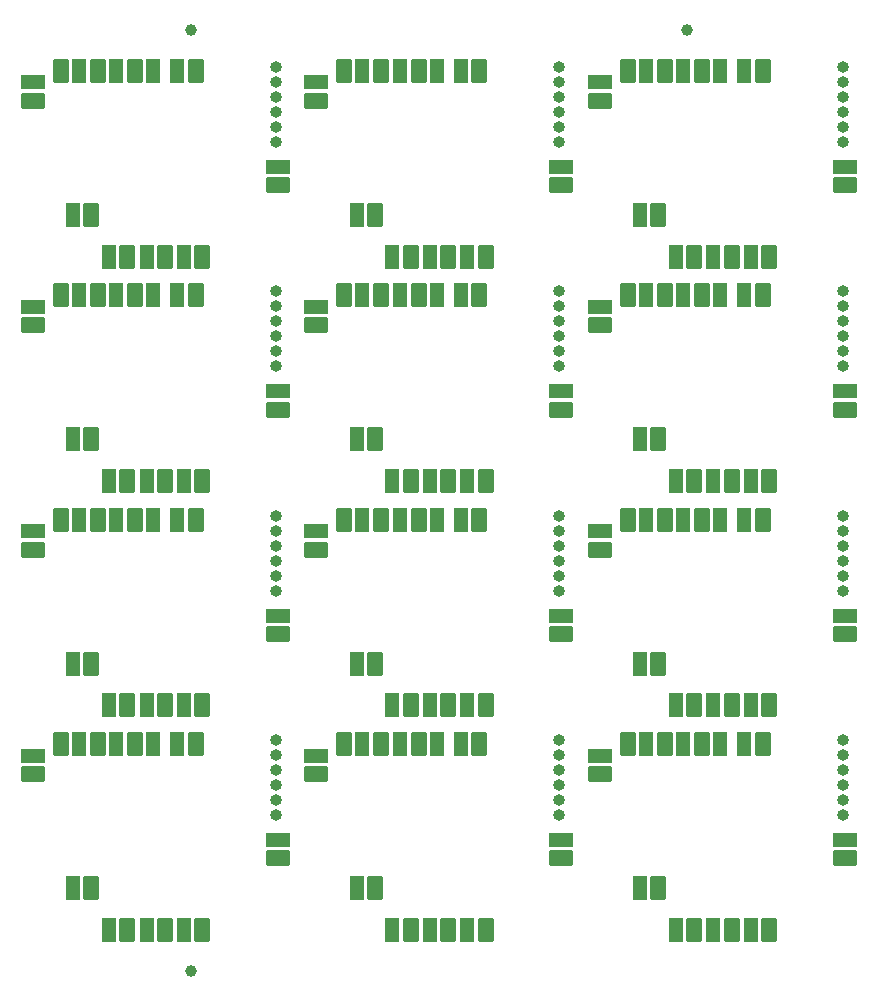
<source format=gbs>
G04 #@! TF.GenerationSoftware,KiCad,Pcbnew,7.0.2-6a45011f42~172~ubuntu22.04.1*
G04 #@! TF.CreationDate,2023-05-22T20:20:29+08:00*
G04 #@! TF.ProjectId,panel_4_3,70616e65-6c5f-4345-9f33-2e6b69636164,rev?*
G04 #@! TF.SameCoordinates,Original*
G04 #@! TF.FileFunction,Soldermask,Bot*
G04 #@! TF.FilePolarity,Negative*
%FSLAX46Y46*%
G04 Gerber Fmt 4.6, Leading zero omitted, Abs format (unit mm)*
G04 Created by KiCad (PCBNEW 7.0.2-6a45011f42~172~ubuntu22.04.1) date 2023-05-22 20:20:29*
%MOMM*%
%LPD*%
G01*
G04 APERTURE LIST*
G04 Aperture macros list*
%AMRoundRect*
0 Rectangle with rounded corners*
0 $1 Rounding radius*
0 $2 $3 $4 $5 $6 $7 $8 $9 X,Y pos of 4 corners*
0 Add a 4 corners polygon primitive as box body*
4,1,4,$2,$3,$4,$5,$6,$7,$8,$9,$2,$3,0*
0 Add four circle primitives for the rounded corners*
1,1,$1+$1,$2,$3*
1,1,$1+$1,$4,$5*
1,1,$1+$1,$6,$7*
1,1,$1+$1,$8,$9*
0 Add four rect primitives between the rounded corners*
20,1,$1+$1,$2,$3,$4,$5,0*
20,1,$1+$1,$4,$5,$6,$7,0*
20,1,$1+$1,$6,$7,$8,$9,0*
20,1,$1+$1,$8,$9,$2,$3,0*%
G04 Aperture macros list end*
%ADD10R,1.300000X2.000000*%
%ADD11RoundRect,0.100000X0.550000X-0.900000X0.550000X0.900000X-0.550000X0.900000X-0.550000X-0.900000X0*%
%ADD12O,1.000000X1.000000*%
%ADD13RoundRect,0.100000X-0.550000X0.900000X-0.550000X-0.900000X0.550000X-0.900000X0.550000X0.900000X0*%
%ADD14R,2.000000X1.300000*%
%ADD15RoundRect,0.100000X-0.900000X-0.550000X0.900000X-0.550000X0.900000X0.550000X-0.900000X0.550000X0*%
%ADD16C,1.000000*%
G04 APERTURE END LIST*
D10*
G04 #@! TO.C,J4*
X14415000Y-60540000D03*
D11*
X15965000Y-60540000D03*
G04 #@! TD*
D10*
G04 #@! TO.C,J7*
X29035000Y-37995000D03*
D11*
X30585000Y-37995000D03*
G04 #@! TD*
D12*
G04 #@! TO.C,J8*
X70189248Y-6483121D03*
X70189248Y-7753121D03*
X70189248Y-9023121D03*
X70189248Y-10293121D03*
X70189248Y-11563121D03*
X70189248Y-12833121D03*
G04 #@! TD*
G04 #@! TO.C,J8*
X70189248Y-63483121D03*
X70189248Y-64753121D03*
X70189248Y-66023121D03*
X70189248Y-67293121D03*
X70189248Y-68563121D03*
X70189248Y-69833121D03*
G04 #@! TD*
D10*
G04 #@! TO.C,J10*
X59840000Y-6805000D03*
D13*
X58290000Y-6805000D03*
G04 #@! TD*
D10*
G04 #@! TO.C,J4*
X38415000Y-79540000D03*
D11*
X39965000Y-79540000D03*
G04 #@! TD*
D10*
G04 #@! TO.C,J7*
X5035000Y-75995000D03*
D11*
X6585000Y-75995000D03*
G04 #@! TD*
D12*
G04 #@! TO.C,J8*
X46189248Y-63483121D03*
X46189248Y-64753121D03*
X46189248Y-66023121D03*
X46189248Y-67293121D03*
X46189248Y-68563121D03*
X46189248Y-69833121D03*
G04 #@! TD*
D14*
G04 #@! TO.C,J2*
X49615000Y-64800000D03*
D15*
X49615000Y-66350000D03*
G04 #@! TD*
D12*
G04 #@! TO.C,J8*
X46189248Y-44483121D03*
X46189248Y-45753121D03*
X46189248Y-47023121D03*
X46189248Y-48293121D03*
X46189248Y-49563121D03*
X46189248Y-50833121D03*
G04 #@! TD*
D10*
G04 #@! TO.C,J1*
X61860000Y-44810000D03*
D11*
X63410000Y-44810000D03*
G04 #@! TD*
D14*
G04 #@! TO.C,J5*
X22350000Y-71940000D03*
D15*
X22350000Y-73490000D03*
G04 #@! TD*
D14*
G04 #@! TO.C,J2*
X1615000Y-7800000D03*
D15*
X1615000Y-9350000D03*
G04 #@! TD*
D10*
G04 #@! TO.C,J7*
X29035000Y-75995000D03*
D11*
X30585000Y-75995000D03*
G04 #@! TD*
D10*
G04 #@! TO.C,J6*
X53530000Y-6805000D03*
D13*
X51980000Y-6805000D03*
G04 #@! TD*
D10*
G04 #@! TO.C,J11*
X8065000Y-79540000D03*
D11*
X9615000Y-79540000D03*
G04 #@! TD*
D14*
G04 #@! TO.C,J2*
X1615000Y-45800000D03*
D15*
X1615000Y-47350000D03*
G04 #@! TD*
D10*
G04 #@! TO.C,J10*
X35840000Y-44805000D03*
D13*
X34290000Y-44805000D03*
G04 #@! TD*
D12*
G04 #@! TO.C,J8*
X70189248Y-44483121D03*
X70189248Y-45753121D03*
X70189248Y-47023121D03*
X70189248Y-48293121D03*
X70189248Y-49563121D03*
X70189248Y-50833121D03*
G04 #@! TD*
D10*
G04 #@! TO.C,J10*
X35840000Y-63805000D03*
D13*
X34290000Y-63805000D03*
G04 #@! TD*
D10*
G04 #@! TO.C,J10*
X11840000Y-44805000D03*
D13*
X10290000Y-44805000D03*
G04 #@! TD*
D10*
G04 #@! TO.C,J6*
X29530000Y-44805000D03*
D13*
X27980000Y-44805000D03*
G04 #@! TD*
D14*
G04 #@! TO.C,J5*
X22350000Y-14940000D03*
D15*
X22350000Y-16490000D03*
G04 #@! TD*
D14*
G04 #@! TO.C,J5*
X22350000Y-52940000D03*
D15*
X22350000Y-54490000D03*
G04 #@! TD*
D10*
G04 #@! TO.C,J6*
X53530000Y-44805000D03*
D13*
X51980000Y-44805000D03*
G04 #@! TD*
D12*
G04 #@! TO.C,J8*
X46189248Y-25483121D03*
X46189248Y-26753121D03*
X46189248Y-28023121D03*
X46189248Y-29293121D03*
X46189248Y-30563121D03*
X46189248Y-31833121D03*
G04 #@! TD*
D10*
G04 #@! TO.C,J6*
X5530000Y-25805000D03*
D13*
X3980000Y-25805000D03*
G04 #@! TD*
D14*
G04 #@! TO.C,J5*
X46350000Y-33940000D03*
D15*
X46350000Y-35490000D03*
G04 #@! TD*
D10*
G04 #@! TO.C,J1*
X13860000Y-44810000D03*
D11*
X15410000Y-44810000D03*
G04 #@! TD*
D10*
G04 #@! TO.C,J1*
X61860000Y-25810000D03*
D11*
X63410000Y-25810000D03*
G04 #@! TD*
D10*
G04 #@! TO.C,J1*
X61860000Y-63810000D03*
D11*
X63410000Y-63810000D03*
G04 #@! TD*
D10*
G04 #@! TO.C,J10*
X35840000Y-6805000D03*
D13*
X34290000Y-6805000D03*
G04 #@! TD*
D10*
G04 #@! TO.C,J7*
X5035000Y-56995000D03*
D11*
X6585000Y-56995000D03*
G04 #@! TD*
D10*
G04 #@! TO.C,J4*
X14415000Y-79540000D03*
D11*
X15965000Y-79540000D03*
G04 #@! TD*
D10*
G04 #@! TO.C,J10*
X35840000Y-25805000D03*
D13*
X34290000Y-25805000D03*
G04 #@! TD*
D10*
G04 #@! TO.C,J7*
X29035000Y-56995000D03*
D11*
X30585000Y-56995000D03*
G04 #@! TD*
D10*
G04 #@! TO.C,J3*
X59255000Y-41540000D03*
D11*
X60805000Y-41540000D03*
G04 #@! TD*
D14*
G04 #@! TO.C,J2*
X25615000Y-7800000D03*
D15*
X25615000Y-9350000D03*
G04 #@! TD*
D10*
G04 #@! TO.C,J4*
X38415000Y-22540000D03*
D11*
X39965000Y-22540000D03*
G04 #@! TD*
D10*
G04 #@! TO.C,J4*
X38415000Y-41540000D03*
D11*
X39965000Y-41540000D03*
G04 #@! TD*
D10*
G04 #@! TO.C,J6*
X53530000Y-63805000D03*
D13*
X51980000Y-63805000D03*
G04 #@! TD*
D10*
G04 #@! TO.C,J10*
X11840000Y-25805000D03*
D13*
X10290000Y-25805000D03*
G04 #@! TD*
D10*
G04 #@! TO.C,J11*
X32065000Y-22540000D03*
D11*
X33615000Y-22540000D03*
G04 #@! TD*
D14*
G04 #@! TO.C,J5*
X70350000Y-14940000D03*
D15*
X70350000Y-16490000D03*
G04 #@! TD*
D10*
G04 #@! TO.C,J9*
X8675001Y-63805000D03*
D13*
X7125001Y-63805000D03*
G04 #@! TD*
D12*
G04 #@! TO.C,J8*
X22189248Y-6483121D03*
X22189248Y-7753121D03*
X22189248Y-9023121D03*
X22189248Y-10293121D03*
X22189248Y-11563121D03*
X22189248Y-12833121D03*
G04 #@! TD*
D10*
G04 #@! TO.C,J7*
X53035000Y-56995000D03*
D11*
X54585000Y-56995000D03*
G04 #@! TD*
D14*
G04 #@! TO.C,J2*
X49615000Y-45800000D03*
D15*
X49615000Y-47350000D03*
G04 #@! TD*
D10*
G04 #@! TO.C,J9*
X56675001Y-6805000D03*
D13*
X55125001Y-6805000D03*
G04 #@! TD*
D10*
G04 #@! TO.C,J3*
X11255000Y-79540000D03*
D11*
X12805000Y-79540000D03*
G04 #@! TD*
D12*
G04 #@! TO.C,J8*
X70189248Y-25483121D03*
X70189248Y-26753121D03*
X70189248Y-28023121D03*
X70189248Y-29293121D03*
X70189248Y-30563121D03*
X70189248Y-31833121D03*
G04 #@! TD*
D10*
G04 #@! TO.C,J9*
X32675001Y-44805000D03*
D13*
X31125001Y-44805000D03*
G04 #@! TD*
D10*
G04 #@! TO.C,J3*
X11255000Y-22540000D03*
D11*
X12805000Y-22540000D03*
G04 #@! TD*
D10*
G04 #@! TO.C,J3*
X35255000Y-79540000D03*
D11*
X36805000Y-79540000D03*
G04 #@! TD*
D10*
G04 #@! TO.C,J3*
X11255000Y-41540000D03*
D11*
X12805000Y-41540000D03*
G04 #@! TD*
D10*
G04 #@! TO.C,J7*
X53035000Y-75995000D03*
D11*
X54585000Y-75995000D03*
G04 #@! TD*
D10*
G04 #@! TO.C,J7*
X53035000Y-37995000D03*
D11*
X54585000Y-37995000D03*
G04 #@! TD*
D10*
G04 #@! TO.C,J4*
X38415000Y-60540000D03*
D11*
X39965000Y-60540000D03*
G04 #@! TD*
D14*
G04 #@! TO.C,J5*
X70350000Y-33940000D03*
D15*
X70350000Y-35490000D03*
G04 #@! TD*
D10*
G04 #@! TO.C,J1*
X13860000Y-63810000D03*
D11*
X15410000Y-63810000D03*
G04 #@! TD*
D10*
G04 #@! TO.C,J7*
X5035000Y-18995000D03*
D11*
X6585000Y-18995000D03*
G04 #@! TD*
D14*
G04 #@! TO.C,J2*
X25615000Y-64800000D03*
D15*
X25615000Y-66350000D03*
G04 #@! TD*
D10*
G04 #@! TO.C,J10*
X59840000Y-25805000D03*
D13*
X58290000Y-25805000D03*
G04 #@! TD*
D10*
G04 #@! TO.C,J11*
X56065000Y-79540000D03*
D11*
X57615000Y-79540000D03*
G04 #@! TD*
D14*
G04 #@! TO.C,J2*
X49615000Y-7800000D03*
D15*
X49615000Y-9350000D03*
G04 #@! TD*
D12*
G04 #@! TO.C,J8*
X46189248Y-6483121D03*
X46189248Y-7753121D03*
X46189248Y-9023121D03*
X46189248Y-10293121D03*
X46189248Y-11563121D03*
X46189248Y-12833121D03*
G04 #@! TD*
D14*
G04 #@! TO.C,J5*
X46350000Y-52940000D03*
D15*
X46350000Y-54490000D03*
G04 #@! TD*
D10*
G04 #@! TO.C,J3*
X35255000Y-22540000D03*
D11*
X36805000Y-22540000D03*
G04 #@! TD*
D10*
G04 #@! TO.C,J4*
X62415000Y-41540000D03*
D11*
X63965000Y-41540000D03*
G04 #@! TD*
D10*
G04 #@! TO.C,J1*
X13860000Y-25810000D03*
D11*
X15410000Y-25810000D03*
G04 #@! TD*
D10*
G04 #@! TO.C,J3*
X59255000Y-60540000D03*
D11*
X60805000Y-60540000D03*
G04 #@! TD*
D14*
G04 #@! TO.C,J5*
X70350000Y-71940000D03*
D15*
X70350000Y-73490000D03*
G04 #@! TD*
D14*
G04 #@! TO.C,J5*
X70350000Y-52940000D03*
D15*
X70350000Y-54490000D03*
G04 #@! TD*
D10*
G04 #@! TO.C,J6*
X53530000Y-25805000D03*
D13*
X51980000Y-25805000D03*
G04 #@! TD*
D10*
G04 #@! TO.C,J6*
X29530000Y-6805000D03*
D13*
X27980000Y-6805000D03*
G04 #@! TD*
D10*
G04 #@! TO.C,J1*
X37860000Y-25810000D03*
D11*
X39410000Y-25810000D03*
G04 #@! TD*
D10*
G04 #@! TO.C,J3*
X59255000Y-79540000D03*
D11*
X60805000Y-79540000D03*
G04 #@! TD*
D10*
G04 #@! TO.C,J3*
X35255000Y-60540000D03*
D11*
X36805000Y-60540000D03*
G04 #@! TD*
D14*
G04 #@! TO.C,J2*
X25615000Y-26800000D03*
D15*
X25615000Y-28350000D03*
G04 #@! TD*
D10*
G04 #@! TO.C,J9*
X56675001Y-63805000D03*
D13*
X55125001Y-63805000D03*
G04 #@! TD*
D14*
G04 #@! TO.C,J2*
X1615000Y-64800000D03*
D15*
X1615000Y-66350000D03*
G04 #@! TD*
D12*
G04 #@! TO.C,J8*
X22189248Y-25483121D03*
X22189248Y-26753121D03*
X22189248Y-28023121D03*
X22189248Y-29293121D03*
X22189248Y-30563121D03*
X22189248Y-31833121D03*
G04 #@! TD*
D10*
G04 #@! TO.C,J1*
X37860000Y-44810000D03*
D11*
X39410000Y-44810000D03*
G04 #@! TD*
D10*
G04 #@! TO.C,J1*
X61860000Y-6810000D03*
D11*
X63410000Y-6810000D03*
G04 #@! TD*
D14*
G04 #@! TO.C,J5*
X46350000Y-71940000D03*
D15*
X46350000Y-73490000D03*
G04 #@! TD*
D10*
G04 #@! TO.C,J11*
X8065000Y-41540000D03*
D11*
X9615000Y-41540000D03*
G04 #@! TD*
D10*
G04 #@! TO.C,J3*
X11255000Y-60540000D03*
D11*
X12805000Y-60540000D03*
G04 #@! TD*
D10*
G04 #@! TO.C,J11*
X56065000Y-60540000D03*
D11*
X57615000Y-60540000D03*
G04 #@! TD*
D10*
G04 #@! TO.C,J6*
X5530000Y-44805000D03*
D13*
X3980000Y-44805000D03*
G04 #@! TD*
D10*
G04 #@! TO.C,J9*
X56675001Y-44805000D03*
D13*
X55125001Y-44805000D03*
G04 #@! TD*
D10*
G04 #@! TO.C,J10*
X59840000Y-44805000D03*
D13*
X58290000Y-44805000D03*
G04 #@! TD*
D10*
G04 #@! TO.C,J6*
X29530000Y-25805000D03*
D13*
X27980000Y-25805000D03*
G04 #@! TD*
D10*
G04 #@! TO.C,J11*
X32065000Y-79540000D03*
D11*
X33615000Y-79540000D03*
G04 #@! TD*
D14*
G04 #@! TO.C,J5*
X46350000Y-14940000D03*
D15*
X46350000Y-16490000D03*
G04 #@! TD*
D10*
G04 #@! TO.C,J9*
X32675001Y-6805000D03*
D13*
X31125001Y-6805000D03*
G04 #@! TD*
D10*
G04 #@! TO.C,J4*
X14415000Y-22540000D03*
D11*
X15965000Y-22540000D03*
G04 #@! TD*
D14*
G04 #@! TO.C,J5*
X22350000Y-33940000D03*
D15*
X22350000Y-35490000D03*
G04 #@! TD*
D10*
G04 #@! TO.C,J10*
X11840000Y-6805000D03*
D13*
X10290000Y-6805000D03*
G04 #@! TD*
D10*
G04 #@! TO.C,J7*
X5035000Y-37995000D03*
D11*
X6585000Y-37995000D03*
G04 #@! TD*
D10*
G04 #@! TO.C,J11*
X56065000Y-22540000D03*
D11*
X57615000Y-22540000D03*
G04 #@! TD*
D12*
G04 #@! TO.C,J8*
X22189248Y-44483121D03*
X22189248Y-45753121D03*
X22189248Y-47023121D03*
X22189248Y-48293121D03*
X22189248Y-49563121D03*
X22189248Y-50833121D03*
G04 #@! TD*
D10*
G04 #@! TO.C,J3*
X59255000Y-22540000D03*
D11*
X60805000Y-22540000D03*
G04 #@! TD*
D10*
G04 #@! TO.C,J6*
X29530000Y-63805000D03*
D13*
X27980000Y-63805000D03*
G04 #@! TD*
D14*
G04 #@! TO.C,J2*
X1615000Y-26800000D03*
D15*
X1615000Y-28350000D03*
G04 #@! TD*
D10*
G04 #@! TO.C,J1*
X37860000Y-63810000D03*
D11*
X39410000Y-63810000D03*
G04 #@! TD*
D10*
G04 #@! TO.C,J9*
X8675001Y-25805000D03*
D13*
X7125001Y-25805000D03*
G04 #@! TD*
D10*
G04 #@! TO.C,J7*
X29035000Y-18995000D03*
D11*
X30585000Y-18995000D03*
G04 #@! TD*
D10*
G04 #@! TO.C,J10*
X11840000Y-63805000D03*
D13*
X10290000Y-63805000D03*
G04 #@! TD*
D10*
G04 #@! TO.C,J4*
X62415000Y-60540000D03*
D11*
X63965000Y-60540000D03*
G04 #@! TD*
D10*
G04 #@! TO.C,J9*
X56675001Y-25805000D03*
D13*
X55125001Y-25805000D03*
G04 #@! TD*
D10*
G04 #@! TO.C,J4*
X14415000Y-41540000D03*
D11*
X15965000Y-41540000D03*
G04 #@! TD*
D10*
G04 #@! TO.C,J11*
X32065000Y-60540000D03*
D11*
X33615000Y-60540000D03*
G04 #@! TD*
D10*
G04 #@! TO.C,J11*
X8065000Y-22540000D03*
D11*
X9615000Y-22540000D03*
G04 #@! TD*
D10*
G04 #@! TO.C,J9*
X32675001Y-25805000D03*
D13*
X31125001Y-25805000D03*
G04 #@! TD*
D10*
G04 #@! TO.C,J9*
X8675001Y-6805000D03*
D13*
X7125001Y-6805000D03*
G04 #@! TD*
D10*
G04 #@! TO.C,J4*
X62415000Y-79540000D03*
D11*
X63965000Y-79540000D03*
G04 #@! TD*
D10*
G04 #@! TO.C,J11*
X8065000Y-60540000D03*
D11*
X9615000Y-60540000D03*
G04 #@! TD*
D10*
G04 #@! TO.C,J6*
X5530000Y-6805000D03*
D13*
X3980000Y-6805000D03*
G04 #@! TD*
D10*
G04 #@! TO.C,J9*
X32675001Y-63805000D03*
D13*
X31125001Y-63805000D03*
G04 #@! TD*
D14*
G04 #@! TO.C,J2*
X49615000Y-26800000D03*
D15*
X49615000Y-28350000D03*
G04 #@! TD*
D10*
G04 #@! TO.C,J1*
X13860000Y-6810000D03*
D11*
X15410000Y-6810000D03*
G04 #@! TD*
D10*
G04 #@! TO.C,J11*
X32065000Y-41540000D03*
D11*
X33615000Y-41540000D03*
G04 #@! TD*
D10*
G04 #@! TO.C,J4*
X62415000Y-22540000D03*
D11*
X63965000Y-22540000D03*
G04 #@! TD*
D10*
G04 #@! TO.C,J10*
X59840000Y-63805000D03*
D13*
X58290000Y-63805000D03*
G04 #@! TD*
D10*
G04 #@! TO.C,J9*
X8675001Y-44805000D03*
D13*
X7125001Y-44805000D03*
G04 #@! TD*
D10*
G04 #@! TO.C,J1*
X37860000Y-6810000D03*
D11*
X39410000Y-6810000D03*
G04 #@! TD*
D10*
G04 #@! TO.C,J6*
X5530000Y-63805000D03*
D13*
X3980000Y-63805000D03*
G04 #@! TD*
D10*
G04 #@! TO.C,J7*
X53035000Y-18995000D03*
D11*
X54585000Y-18995000D03*
G04 #@! TD*
D14*
G04 #@! TO.C,J2*
X25615000Y-45800000D03*
D15*
X25615000Y-47350000D03*
G04 #@! TD*
D12*
G04 #@! TO.C,J8*
X22189248Y-63483121D03*
X22189248Y-64753121D03*
X22189248Y-66023121D03*
X22189248Y-67293121D03*
X22189248Y-68563121D03*
X22189248Y-69833121D03*
G04 #@! TD*
D10*
G04 #@! TO.C,J3*
X35255000Y-41540000D03*
D11*
X36805000Y-41540000D03*
G04 #@! TD*
D10*
G04 #@! TO.C,J11*
X56065000Y-41540000D03*
D11*
X57615000Y-41540000D03*
G04 #@! TD*
D16*
G04 #@! TO.C,REF\u002A\u002A*
X15000000Y-83050000D03*
G04 #@! TD*
G04 #@! TO.C,REF\u002A\u002A*
X15000000Y-3350000D03*
G04 #@! TD*
G04 #@! TO.C,REF\u002A\u002A*
X57000000Y-3350000D03*
G04 #@! TD*
M02*

</source>
